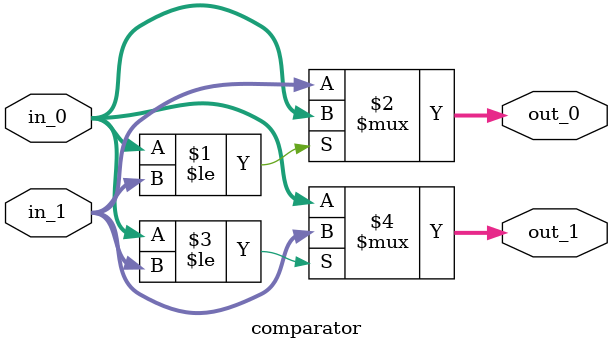
<source format=sv>
module lab06_4(
  // Input signals
	clk,
	rst_n,
    in_number,
    mode,
    in_valid,
  // Output signals
	out_valid,
	out_result
);

//---------------------------------------------------------------------
//   INPUT AND OUTPUT DECLARATION                         
//---------------------------------------------------------------------
input clk,rst_n,in_valid;
input [3:0] in_number;
input [1:0] mode;
output logic signed [5:0] out_result;
output logic out_valid;
//---------------------------------------------------------------------
//   LOGIC DECLARATION                         
//---------------------------------------------------------------------
logic signed [3:0] in_1, in_2, in_3, in_4;
logic signed [3:0] sort_1, sort_2, sort_3, sort_4;
logic [1:0] mode_ff;
logic signed [6:0] cal_result;
logic go_cal,go_cal1,go_cal2,go_cal3,go_idle,go_out;
logic [2:0]current_state,next_state;
logic [2:0] count;
//---------------------------------------------------------------------
//   State DECLARATION                         
//---------------------------------------------------------------------
parameter IDLE = 3'd0,
         CAL = 3'd1,
         OUT = 3'd2;
//---------------------------------------------------------------------
//   Finite State Machine                        
//---------------------------------------------------------------------
//cnt
always_ff @(posedge clk or negedge rst_n) begin
    if(!rst_n)
        count <= 0;
    else if(next_state == OUT)
        count <= count + 1;
    else 
        count <= 0;
end
//State Register
always_ff @(posedge clk or negedge rst_n) begin
    if(!rst_n)
        current_state <= IDLE;
    else
        current_state <= next_state;
end
//Next state logic
always_comb begin
        case(current_state)
        IDLE: if (go_cal) next_state = CAL;
            else next_state = IDLE;
        CAL: if (go_out) next_state = OUT;
            else next_state = CAL;
        OUT: if(count == 4)  next_state = IDLE;
        else next_state = current_state;
             
    endcase
end

always_ff @(posedge clk or negedge rst_n) begin
    if(!rst_n) begin
        in_4<=0;
        in_3<=0;
        in_2<=0;
        in_1<=0;
 
        mode_ff<=0;
    end
    else begin
        if (current_state == IDLE) begin
            if (in_valid) begin
                in_4<=in_number;
                in_3<=in_4;
                in_2<=in_3;
                in_1<=in_2;
                mode_ff<=mode;
                
                go_cal1<=1;
      
                go_cal2<=go_cal1;
                go_cal3<=go_cal2;
                go_cal<=go_cal3;
                
            end
        end
        else begin
            go_cal1<=0;
            go_cal2<=0;
            go_cal3<=0;
            go_cal<=0;
        end
    end
end

always_ff@(posedge clk or negedge rst_n) begin
    if(!rst_n) begin
        out_valid<=0;
        out_result<=0;
    end
    /*else begin
        if (next_state==OUT)begin
            out_valid<=1;
            out_result<=cal_result;

        end
        else begin
            out_valid<=0;
            out_result<=0;
        end
    end*/
end

always_ff@(posedge clk or negedge rst_n) begin
    if(!rst_n) begin
        go_out<=0;
    end
    else begin
        if (current_state==CAL)begin
            go_out <= 1;

        end
        else begin
            go_out<=0;

        end
    end
end

 


Sort sort(.in_num0(in_1),.in_num1(in_2),.in_num2(in_3),.in_num3(in_4),.out_num0(sort_1),.out_num1(sort_2),.out_num2(sort_3),.out_num3(sort_4));



always_comb begin
    
    case(mode_ff)
        'd0: 
        case (count)
            0: cal_result = sort_1;
            1: cal_result = sort_2;
            2: cal_result = sort_3;
            3: cal_result = sort_4;
            default: cal_result = sort_1;
        endcase 
        'd1: 
        case (count)
            0: cal_result = sort_4;
            1: cal_result = sort_3;
            2: cal_result = sort_2;
            3: cal_result = sort_1;
            default: cal_result = sort_1;
        endcase
        'd2: case (count)
            0: cal_result = sort_1 + sort_2;
            1: cal_result = sort_2 + sort_3;
            2: cal_result = sort_3 + sort_4;
            3: cal_result = sort_4 + sort_1;
            default: cal_result = sort_1;
        endcase
        'd3: case (count)
            0: cal_result = sort_1 - sort_2;
            1: cal_result = sort_2 - sort_3;
            2: cal_result = sort_4 - sort_3;
            3: cal_result = sort_4 - sort_1;
            default: cal_result = sort_1;
        endcase
       
    endcase

end



endmodule







module Sort(
    // Input signals
	in_num0,
	in_num1,
	in_num2,
	in_num3,
    // Output signals
	out_num0,
	out_num1,
	out_num2,
	out_num3
);

//---------------------------------------------------------------------
//   INPUT AND OUTPUT DECLARATION                         
//---------------------------------------------------------------------
input signed [3:0] in_num0, in_num1, in_num2, in_num3;
output logic signed[3:0] out_num0, out_num1, out_num2, out_num3;

//---------------------------------------------------------------------
//   LOGIC DECLARATION
//---------------------------------------------------------------------
logic signed[3:0] lv0_n0, lv0_n1, lv0_n2, lv0_n3;
logic signed[3:0] lv1_n0, lv1_n1, lv1_n2, lv1_n3;
logic signed[3:0] lv2_n0, lv2_n1, lv2_n2, lv2_n3;

//---------------------------------------------------------------------
//   Your design                        
//---------------------------------------------------------------------
comparator 	comp_lv0_0(.in_0(in_num0), .in_1(in_num1), .out_0(lv0_n0),   .out_1(lv0_n1)),
			comp_lv0_1(.in_0(in_num2), .in_1(in_num3), .out_0(lv0_n2),   .out_1(lv0_n3)),
			comp_lv1_0(.in_0(lv0_n1),  .in_1(lv0_n2),  .out_0(lv1_n1),   .out_1(lv1_n2)),
			comp_lv2_0(.in_0(lv0_n0),  .in_1(lv1_n1),  .out_0(out_num0), .out_1(lv2_n1)),
			comp_lv2_1(.in_0(lv1_n2),  .in_1(lv0_n3),  .out_0(lv2_n2),   .out_1(out_num3)),
			comp_lv3_0(.in_0(lv2_n1),  .in_1(lv2_n2),  .out_0(out_num1), .out_1(out_num2));
endmodule

module comparator(
	in_0,
	in_1,
	out_0,
	out_1
);

input  signed[3:0] in_0, in_1;
output logic signed[3:0] out_0, out_1;

assign out_0 = (in_0 <= in_1) ? in_0 : in_1;
assign out_1 = (in_0 <= in_1) ? in_1 : in_0;

endmodule


</source>
